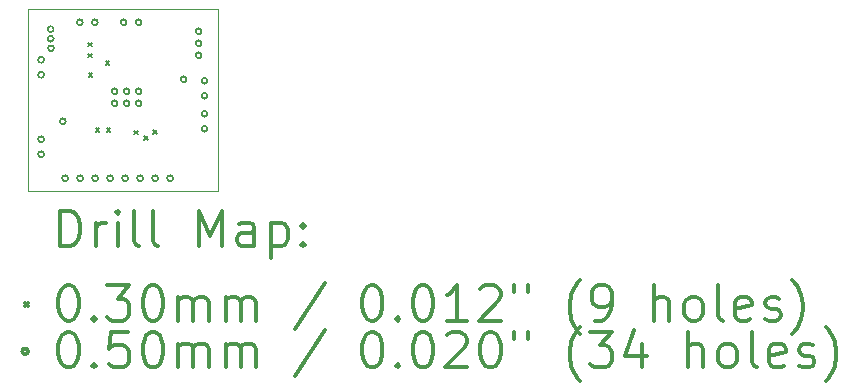
<source format=gbr>
%FSLAX45Y45*%
G04 Gerber Fmt 4.5, Leading zero omitted, Abs format (unit mm)*
G04 Created by KiCad (PCBNEW 4.0.2-stable) date 02-04-2017 12:22:54*
%MOMM*%
G01*
G04 APERTURE LIST*
%ADD10C,0.127000*%
%ADD11C,0.010000*%
%ADD12C,0.200000*%
%ADD13C,0.300000*%
G04 APERTURE END LIST*
D10*
D11*
X1605280Y-1539240D02*
X1597660Y-1539240D01*
X1605280Y0D02*
X1605280Y-1539240D01*
X0Y-1539240D02*
X1597660Y-1539240D01*
X0Y-1457960D02*
X0Y-1539240D01*
X1549400Y0D02*
X1605280Y0D01*
X0Y0D02*
X0Y-1457960D01*
X1549400Y0D02*
X0Y0D01*
D12*
X508240Y-282180D02*
X538240Y-312180D01*
X538240Y-282180D02*
X508240Y-312180D01*
X508240Y-376160D02*
X538240Y-406160D01*
X538240Y-376160D02*
X508240Y-406160D01*
X510780Y-538720D02*
X540780Y-568720D01*
X540780Y-538720D02*
X510780Y-568720D01*
X571740Y-1008620D02*
X601740Y-1038620D01*
X601740Y-1008620D02*
X571740Y-1038620D01*
X658100Y-439660D02*
X688100Y-469660D01*
X688100Y-439660D02*
X658100Y-469660D01*
X665720Y-1008620D02*
X695720Y-1038620D01*
X695720Y-1008620D02*
X665720Y-1038620D01*
X899400Y-1028940D02*
X929400Y-1058940D01*
X929400Y-1028940D02*
X899400Y-1058940D01*
X980680Y-1072120D02*
X1010680Y-1102120D01*
X1010680Y-1072120D02*
X980680Y-1102120D01*
X1059420Y-1023860D02*
X1089420Y-1053860D01*
X1089420Y-1023860D02*
X1059420Y-1053860D01*
X134220Y-426720D02*
G75*
G03X134220Y-426720I-25000J0D01*
G01*
X134220Y-553720D02*
G75*
G03X134220Y-553720I-25000J0D01*
G01*
X134220Y-1099820D02*
G75*
G03X134220Y-1099820I-25000J0D01*
G01*
X134220Y-1226820D02*
G75*
G03X134220Y-1226820I-25000J0D01*
G01*
X215500Y-167640D02*
G75*
G03X215500Y-167640I-25000J0D01*
G01*
X215500Y-248920D02*
G75*
G03X215500Y-248920I-25000J0D01*
G01*
X218040Y-330200D02*
G75*
G03X218040Y-330200I-25000J0D01*
G01*
X318370Y-947420D02*
G75*
G03X318370Y-947420I-25000J0D01*
G01*
X337420Y-1430020D02*
G75*
G03X337420Y-1430020I-25000J0D01*
G01*
X461880Y-109220D02*
G75*
G03X461880Y-109220I-25000J0D01*
G01*
X464420Y-1430020D02*
G75*
G03X464420Y-1430020I-25000J0D01*
G01*
X588880Y-109220D02*
G75*
G03X588880Y-109220I-25000J0D01*
G01*
X591420Y-1430020D02*
G75*
G03X591420Y-1430020I-25000J0D01*
G01*
X718420Y-1430020D02*
G75*
G03X718420Y-1430020I-25000J0D01*
G01*
X756520Y-693420D02*
G75*
G03X756520Y-693420I-25000J0D01*
G01*
X756520Y-795020D02*
G75*
G03X756520Y-795020I-25000J0D01*
G01*
X832720Y-109220D02*
G75*
G03X832720Y-109220I-25000J0D01*
G01*
X845420Y-1430020D02*
G75*
G03X845420Y-1430020I-25000J0D01*
G01*
X858120Y-693420D02*
G75*
G03X858120Y-693420I-25000J0D01*
G01*
X858120Y-795020D02*
G75*
G03X858120Y-795020I-25000J0D01*
G01*
X959720Y-109220D02*
G75*
G03X959720Y-109220I-25000J0D01*
G01*
X959720Y-693420D02*
G75*
G03X959720Y-693420I-25000J0D01*
G01*
X959720Y-795020D02*
G75*
G03X959720Y-795020I-25000J0D01*
G01*
X972420Y-1430020D02*
G75*
G03X972420Y-1430020I-25000J0D01*
G01*
X1099420Y-1430020D02*
G75*
G03X1099420Y-1430020I-25000J0D01*
G01*
X1226420Y-1430020D02*
G75*
G03X1226420Y-1430020I-25000J0D01*
G01*
X1340720Y-591820D02*
G75*
G03X1340720Y-591820I-25000J0D01*
G01*
X1467720Y-185420D02*
G75*
G03X1467720Y-185420I-25000J0D01*
G01*
X1467720Y-287020D02*
G75*
G03X1467720Y-287020I-25000J0D01*
G01*
X1467720Y-388620D02*
G75*
G03X1467720Y-388620I-25000J0D01*
G01*
X1518520Y-604520D02*
G75*
G03X1518520Y-604520I-25000J0D01*
G01*
X1518520Y-731520D02*
G75*
G03X1518520Y-731520I-25000J0D01*
G01*
X1518520Y-883920D02*
G75*
G03X1518520Y-883920I-25000J0D01*
G01*
X1518520Y-1010920D02*
G75*
G03X1518520Y-1010920I-25000J0D01*
G01*
D13*
X270929Y-2005454D02*
X270929Y-1705454D01*
X342357Y-1705454D01*
X385214Y-1719740D01*
X413786Y-1748311D01*
X428071Y-1776883D01*
X442357Y-1834026D01*
X442357Y-1876883D01*
X428071Y-1934026D01*
X413786Y-1962597D01*
X385214Y-1991169D01*
X342357Y-2005454D01*
X270929Y-2005454D01*
X570929Y-2005454D02*
X570929Y-1805454D01*
X570929Y-1862597D02*
X585214Y-1834026D01*
X599500Y-1819740D01*
X628071Y-1805454D01*
X656643Y-1805454D01*
X756643Y-2005454D02*
X756643Y-1805454D01*
X756643Y-1705454D02*
X742357Y-1719740D01*
X756643Y-1734026D01*
X770928Y-1719740D01*
X756643Y-1705454D01*
X756643Y-1734026D01*
X942357Y-2005454D02*
X913786Y-1991169D01*
X899500Y-1962597D01*
X899500Y-1705454D01*
X1099500Y-2005454D02*
X1070929Y-1991169D01*
X1056643Y-1962597D01*
X1056643Y-1705454D01*
X1442357Y-2005454D02*
X1442357Y-1705454D01*
X1542357Y-1919740D01*
X1642357Y-1705454D01*
X1642357Y-2005454D01*
X1913786Y-2005454D02*
X1913786Y-1848311D01*
X1899500Y-1819740D01*
X1870928Y-1805454D01*
X1813786Y-1805454D01*
X1785214Y-1819740D01*
X1913786Y-1991169D02*
X1885214Y-2005454D01*
X1813786Y-2005454D01*
X1785214Y-1991169D01*
X1770928Y-1962597D01*
X1770928Y-1934026D01*
X1785214Y-1905454D01*
X1813786Y-1891169D01*
X1885214Y-1891169D01*
X1913786Y-1876883D01*
X2056643Y-1805454D02*
X2056643Y-2105454D01*
X2056643Y-1819740D02*
X2085214Y-1805454D01*
X2142357Y-1805454D01*
X2170929Y-1819740D01*
X2185214Y-1834026D01*
X2199500Y-1862597D01*
X2199500Y-1948311D01*
X2185214Y-1976883D01*
X2170929Y-1991169D01*
X2142357Y-2005454D01*
X2085214Y-2005454D01*
X2056643Y-1991169D01*
X2328071Y-1976883D02*
X2342357Y-1991169D01*
X2328071Y-2005454D01*
X2313786Y-1991169D01*
X2328071Y-1976883D01*
X2328071Y-2005454D01*
X2328071Y-1819740D02*
X2342357Y-1834026D01*
X2328071Y-1848311D01*
X2313786Y-1834026D01*
X2328071Y-1819740D01*
X2328071Y-1848311D01*
X-30500Y-2484740D02*
X-500Y-2514740D01*
X-500Y-2484740D02*
X-30500Y-2514740D01*
X328071Y-2335454D02*
X356643Y-2335454D01*
X385214Y-2349740D01*
X399500Y-2364026D01*
X413786Y-2392597D01*
X428071Y-2449740D01*
X428071Y-2521169D01*
X413786Y-2578312D01*
X399500Y-2606883D01*
X385214Y-2621169D01*
X356643Y-2635454D01*
X328071Y-2635454D01*
X299500Y-2621169D01*
X285214Y-2606883D01*
X270929Y-2578312D01*
X256643Y-2521169D01*
X256643Y-2449740D01*
X270929Y-2392597D01*
X285214Y-2364026D01*
X299500Y-2349740D01*
X328071Y-2335454D01*
X556643Y-2606883D02*
X570929Y-2621169D01*
X556643Y-2635454D01*
X542357Y-2621169D01*
X556643Y-2606883D01*
X556643Y-2635454D01*
X670928Y-2335454D02*
X856643Y-2335454D01*
X756643Y-2449740D01*
X799500Y-2449740D01*
X828071Y-2464026D01*
X842357Y-2478312D01*
X856643Y-2506883D01*
X856643Y-2578312D01*
X842357Y-2606883D01*
X828071Y-2621169D01*
X799500Y-2635454D01*
X713786Y-2635454D01*
X685214Y-2621169D01*
X670928Y-2606883D01*
X1042357Y-2335454D02*
X1070929Y-2335454D01*
X1099500Y-2349740D01*
X1113786Y-2364026D01*
X1128071Y-2392597D01*
X1142357Y-2449740D01*
X1142357Y-2521169D01*
X1128071Y-2578312D01*
X1113786Y-2606883D01*
X1099500Y-2621169D01*
X1070929Y-2635454D01*
X1042357Y-2635454D01*
X1013786Y-2621169D01*
X999500Y-2606883D01*
X985214Y-2578312D01*
X970928Y-2521169D01*
X970928Y-2449740D01*
X985214Y-2392597D01*
X999500Y-2364026D01*
X1013786Y-2349740D01*
X1042357Y-2335454D01*
X1270929Y-2635454D02*
X1270929Y-2435454D01*
X1270929Y-2464026D02*
X1285214Y-2449740D01*
X1313786Y-2435454D01*
X1356643Y-2435454D01*
X1385214Y-2449740D01*
X1399500Y-2478312D01*
X1399500Y-2635454D01*
X1399500Y-2478312D02*
X1413786Y-2449740D01*
X1442357Y-2435454D01*
X1485214Y-2435454D01*
X1513786Y-2449740D01*
X1528071Y-2478312D01*
X1528071Y-2635454D01*
X1670928Y-2635454D02*
X1670928Y-2435454D01*
X1670928Y-2464026D02*
X1685214Y-2449740D01*
X1713786Y-2435454D01*
X1756643Y-2435454D01*
X1785214Y-2449740D01*
X1799500Y-2478312D01*
X1799500Y-2635454D01*
X1799500Y-2478312D02*
X1813786Y-2449740D01*
X1842357Y-2435454D01*
X1885214Y-2435454D01*
X1913786Y-2449740D01*
X1928071Y-2478312D01*
X1928071Y-2635454D01*
X2513786Y-2321169D02*
X2256643Y-2706883D01*
X2899500Y-2335454D02*
X2928071Y-2335454D01*
X2956643Y-2349740D01*
X2970928Y-2364026D01*
X2985214Y-2392597D01*
X2999500Y-2449740D01*
X2999500Y-2521169D01*
X2985214Y-2578312D01*
X2970928Y-2606883D01*
X2956643Y-2621169D01*
X2928071Y-2635454D01*
X2899500Y-2635454D01*
X2870928Y-2621169D01*
X2856643Y-2606883D01*
X2842357Y-2578312D01*
X2828071Y-2521169D01*
X2828071Y-2449740D01*
X2842357Y-2392597D01*
X2856643Y-2364026D01*
X2870928Y-2349740D01*
X2899500Y-2335454D01*
X3128071Y-2606883D02*
X3142357Y-2621169D01*
X3128071Y-2635454D01*
X3113786Y-2621169D01*
X3128071Y-2606883D01*
X3128071Y-2635454D01*
X3328071Y-2335454D02*
X3356643Y-2335454D01*
X3385214Y-2349740D01*
X3399500Y-2364026D01*
X3413785Y-2392597D01*
X3428071Y-2449740D01*
X3428071Y-2521169D01*
X3413785Y-2578312D01*
X3399500Y-2606883D01*
X3385214Y-2621169D01*
X3356643Y-2635454D01*
X3328071Y-2635454D01*
X3299500Y-2621169D01*
X3285214Y-2606883D01*
X3270928Y-2578312D01*
X3256643Y-2521169D01*
X3256643Y-2449740D01*
X3270928Y-2392597D01*
X3285214Y-2364026D01*
X3299500Y-2349740D01*
X3328071Y-2335454D01*
X3713785Y-2635454D02*
X3542357Y-2635454D01*
X3628071Y-2635454D02*
X3628071Y-2335454D01*
X3599500Y-2378312D01*
X3570928Y-2406883D01*
X3542357Y-2421169D01*
X3828071Y-2364026D02*
X3842357Y-2349740D01*
X3870928Y-2335454D01*
X3942357Y-2335454D01*
X3970928Y-2349740D01*
X3985214Y-2364026D01*
X3999500Y-2392597D01*
X3999500Y-2421169D01*
X3985214Y-2464026D01*
X3813785Y-2635454D01*
X3999500Y-2635454D01*
X4113786Y-2335454D02*
X4113786Y-2392597D01*
X4228071Y-2335454D02*
X4228071Y-2392597D01*
X4670928Y-2749740D02*
X4656643Y-2735454D01*
X4628071Y-2692597D01*
X4613786Y-2664026D01*
X4599500Y-2621169D01*
X4585214Y-2549740D01*
X4585214Y-2492597D01*
X4599500Y-2421169D01*
X4613786Y-2378312D01*
X4628071Y-2349740D01*
X4656643Y-2306883D01*
X4670928Y-2292597D01*
X4799500Y-2635454D02*
X4856643Y-2635454D01*
X4885214Y-2621169D01*
X4899500Y-2606883D01*
X4928071Y-2564026D01*
X4942357Y-2506883D01*
X4942357Y-2392597D01*
X4928071Y-2364026D01*
X4913786Y-2349740D01*
X4885214Y-2335454D01*
X4828071Y-2335454D01*
X4799500Y-2349740D01*
X4785214Y-2364026D01*
X4770928Y-2392597D01*
X4770928Y-2464026D01*
X4785214Y-2492597D01*
X4799500Y-2506883D01*
X4828071Y-2521169D01*
X4885214Y-2521169D01*
X4913786Y-2506883D01*
X4928071Y-2492597D01*
X4942357Y-2464026D01*
X5299500Y-2635454D02*
X5299500Y-2335454D01*
X5428071Y-2635454D02*
X5428071Y-2478312D01*
X5413786Y-2449740D01*
X5385214Y-2435454D01*
X5342357Y-2435454D01*
X5313786Y-2449740D01*
X5299500Y-2464026D01*
X5613785Y-2635454D02*
X5585214Y-2621169D01*
X5570928Y-2606883D01*
X5556643Y-2578312D01*
X5556643Y-2492597D01*
X5570928Y-2464026D01*
X5585214Y-2449740D01*
X5613785Y-2435454D01*
X5656643Y-2435454D01*
X5685214Y-2449740D01*
X5699500Y-2464026D01*
X5713785Y-2492597D01*
X5713785Y-2578312D01*
X5699500Y-2606883D01*
X5685214Y-2621169D01*
X5656643Y-2635454D01*
X5613785Y-2635454D01*
X5885214Y-2635454D02*
X5856643Y-2621169D01*
X5842357Y-2592597D01*
X5842357Y-2335454D01*
X6113786Y-2621169D02*
X6085214Y-2635454D01*
X6028071Y-2635454D01*
X5999500Y-2621169D01*
X5985214Y-2592597D01*
X5985214Y-2478312D01*
X5999500Y-2449740D01*
X6028071Y-2435454D01*
X6085214Y-2435454D01*
X6113786Y-2449740D01*
X6128071Y-2478312D01*
X6128071Y-2506883D01*
X5985214Y-2535454D01*
X6242357Y-2621169D02*
X6270928Y-2635454D01*
X6328071Y-2635454D01*
X6356643Y-2621169D01*
X6370928Y-2592597D01*
X6370928Y-2578312D01*
X6356643Y-2549740D01*
X6328071Y-2535454D01*
X6285214Y-2535454D01*
X6256643Y-2521169D01*
X6242357Y-2492597D01*
X6242357Y-2478312D01*
X6256643Y-2449740D01*
X6285214Y-2435454D01*
X6328071Y-2435454D01*
X6356643Y-2449740D01*
X6470928Y-2749740D02*
X6485214Y-2735454D01*
X6513786Y-2692597D01*
X6528071Y-2664026D01*
X6542357Y-2621169D01*
X6556643Y-2549740D01*
X6556643Y-2492597D01*
X6542357Y-2421169D01*
X6528071Y-2378312D01*
X6513786Y-2349740D01*
X6485214Y-2306883D01*
X6470928Y-2292597D01*
X-500Y-2895740D02*
G75*
G03X-500Y-2895740I-25000J0D01*
G01*
X328071Y-2731454D02*
X356643Y-2731454D01*
X385214Y-2745740D01*
X399500Y-2760026D01*
X413786Y-2788597D01*
X428071Y-2845740D01*
X428071Y-2917169D01*
X413786Y-2974311D01*
X399500Y-3002883D01*
X385214Y-3017169D01*
X356643Y-3031454D01*
X328071Y-3031454D01*
X299500Y-3017169D01*
X285214Y-3002883D01*
X270929Y-2974311D01*
X256643Y-2917169D01*
X256643Y-2845740D01*
X270929Y-2788597D01*
X285214Y-2760026D01*
X299500Y-2745740D01*
X328071Y-2731454D01*
X556643Y-3002883D02*
X570929Y-3017169D01*
X556643Y-3031454D01*
X542357Y-3017169D01*
X556643Y-3002883D01*
X556643Y-3031454D01*
X842357Y-2731454D02*
X699500Y-2731454D01*
X685214Y-2874311D01*
X699500Y-2860026D01*
X728071Y-2845740D01*
X799500Y-2845740D01*
X828071Y-2860026D01*
X842357Y-2874311D01*
X856643Y-2902883D01*
X856643Y-2974311D01*
X842357Y-3002883D01*
X828071Y-3017169D01*
X799500Y-3031454D01*
X728071Y-3031454D01*
X699500Y-3017169D01*
X685214Y-3002883D01*
X1042357Y-2731454D02*
X1070929Y-2731454D01*
X1099500Y-2745740D01*
X1113786Y-2760026D01*
X1128071Y-2788597D01*
X1142357Y-2845740D01*
X1142357Y-2917169D01*
X1128071Y-2974311D01*
X1113786Y-3002883D01*
X1099500Y-3017169D01*
X1070929Y-3031454D01*
X1042357Y-3031454D01*
X1013786Y-3017169D01*
X999500Y-3002883D01*
X985214Y-2974311D01*
X970928Y-2917169D01*
X970928Y-2845740D01*
X985214Y-2788597D01*
X999500Y-2760026D01*
X1013786Y-2745740D01*
X1042357Y-2731454D01*
X1270929Y-3031454D02*
X1270929Y-2831454D01*
X1270929Y-2860026D02*
X1285214Y-2845740D01*
X1313786Y-2831454D01*
X1356643Y-2831454D01*
X1385214Y-2845740D01*
X1399500Y-2874311D01*
X1399500Y-3031454D01*
X1399500Y-2874311D02*
X1413786Y-2845740D01*
X1442357Y-2831454D01*
X1485214Y-2831454D01*
X1513786Y-2845740D01*
X1528071Y-2874311D01*
X1528071Y-3031454D01*
X1670928Y-3031454D02*
X1670928Y-2831454D01*
X1670928Y-2860026D02*
X1685214Y-2845740D01*
X1713786Y-2831454D01*
X1756643Y-2831454D01*
X1785214Y-2845740D01*
X1799500Y-2874311D01*
X1799500Y-3031454D01*
X1799500Y-2874311D02*
X1813786Y-2845740D01*
X1842357Y-2831454D01*
X1885214Y-2831454D01*
X1913786Y-2845740D01*
X1928071Y-2874311D01*
X1928071Y-3031454D01*
X2513786Y-2717169D02*
X2256643Y-3102883D01*
X2899500Y-2731454D02*
X2928071Y-2731454D01*
X2956643Y-2745740D01*
X2970928Y-2760026D01*
X2985214Y-2788597D01*
X2999500Y-2845740D01*
X2999500Y-2917169D01*
X2985214Y-2974311D01*
X2970928Y-3002883D01*
X2956643Y-3017169D01*
X2928071Y-3031454D01*
X2899500Y-3031454D01*
X2870928Y-3017169D01*
X2856643Y-3002883D01*
X2842357Y-2974311D01*
X2828071Y-2917169D01*
X2828071Y-2845740D01*
X2842357Y-2788597D01*
X2856643Y-2760026D01*
X2870928Y-2745740D01*
X2899500Y-2731454D01*
X3128071Y-3002883D02*
X3142357Y-3017169D01*
X3128071Y-3031454D01*
X3113786Y-3017169D01*
X3128071Y-3002883D01*
X3128071Y-3031454D01*
X3328071Y-2731454D02*
X3356643Y-2731454D01*
X3385214Y-2745740D01*
X3399500Y-2760026D01*
X3413785Y-2788597D01*
X3428071Y-2845740D01*
X3428071Y-2917169D01*
X3413785Y-2974311D01*
X3399500Y-3002883D01*
X3385214Y-3017169D01*
X3356643Y-3031454D01*
X3328071Y-3031454D01*
X3299500Y-3017169D01*
X3285214Y-3002883D01*
X3270928Y-2974311D01*
X3256643Y-2917169D01*
X3256643Y-2845740D01*
X3270928Y-2788597D01*
X3285214Y-2760026D01*
X3299500Y-2745740D01*
X3328071Y-2731454D01*
X3542357Y-2760026D02*
X3556643Y-2745740D01*
X3585214Y-2731454D01*
X3656643Y-2731454D01*
X3685214Y-2745740D01*
X3699500Y-2760026D01*
X3713785Y-2788597D01*
X3713785Y-2817169D01*
X3699500Y-2860026D01*
X3528071Y-3031454D01*
X3713785Y-3031454D01*
X3899500Y-2731454D02*
X3928071Y-2731454D01*
X3956643Y-2745740D01*
X3970928Y-2760026D01*
X3985214Y-2788597D01*
X3999500Y-2845740D01*
X3999500Y-2917169D01*
X3985214Y-2974311D01*
X3970928Y-3002883D01*
X3956643Y-3017169D01*
X3928071Y-3031454D01*
X3899500Y-3031454D01*
X3870928Y-3017169D01*
X3856643Y-3002883D01*
X3842357Y-2974311D01*
X3828071Y-2917169D01*
X3828071Y-2845740D01*
X3842357Y-2788597D01*
X3856643Y-2760026D01*
X3870928Y-2745740D01*
X3899500Y-2731454D01*
X4113786Y-2731454D02*
X4113786Y-2788597D01*
X4228071Y-2731454D02*
X4228071Y-2788597D01*
X4670928Y-3145740D02*
X4656643Y-3131454D01*
X4628071Y-3088597D01*
X4613786Y-3060026D01*
X4599500Y-3017169D01*
X4585214Y-2945740D01*
X4585214Y-2888597D01*
X4599500Y-2817169D01*
X4613786Y-2774312D01*
X4628071Y-2745740D01*
X4656643Y-2702883D01*
X4670928Y-2688597D01*
X4756643Y-2731454D02*
X4942357Y-2731454D01*
X4842357Y-2845740D01*
X4885214Y-2845740D01*
X4913786Y-2860026D01*
X4928071Y-2874311D01*
X4942357Y-2902883D01*
X4942357Y-2974311D01*
X4928071Y-3002883D01*
X4913786Y-3017169D01*
X4885214Y-3031454D01*
X4799500Y-3031454D01*
X4770928Y-3017169D01*
X4756643Y-3002883D01*
X5199500Y-2831454D02*
X5199500Y-3031454D01*
X5128071Y-2717169D02*
X5056643Y-2931454D01*
X5242357Y-2931454D01*
X5585214Y-3031454D02*
X5585214Y-2731454D01*
X5713785Y-3031454D02*
X5713785Y-2874311D01*
X5699500Y-2845740D01*
X5670928Y-2831454D01*
X5628071Y-2831454D01*
X5599500Y-2845740D01*
X5585214Y-2860026D01*
X5899500Y-3031454D02*
X5870928Y-3017169D01*
X5856643Y-3002883D01*
X5842357Y-2974311D01*
X5842357Y-2888597D01*
X5856643Y-2860026D01*
X5870928Y-2845740D01*
X5899500Y-2831454D01*
X5942357Y-2831454D01*
X5970928Y-2845740D01*
X5985214Y-2860026D01*
X5999500Y-2888597D01*
X5999500Y-2974311D01*
X5985214Y-3002883D01*
X5970928Y-3017169D01*
X5942357Y-3031454D01*
X5899500Y-3031454D01*
X6170928Y-3031454D02*
X6142357Y-3017169D01*
X6128071Y-2988597D01*
X6128071Y-2731454D01*
X6399500Y-3017169D02*
X6370928Y-3031454D01*
X6313786Y-3031454D01*
X6285214Y-3017169D01*
X6270928Y-2988597D01*
X6270928Y-2874311D01*
X6285214Y-2845740D01*
X6313786Y-2831454D01*
X6370928Y-2831454D01*
X6399500Y-2845740D01*
X6413786Y-2874311D01*
X6413786Y-2902883D01*
X6270928Y-2931454D01*
X6528071Y-3017169D02*
X6556643Y-3031454D01*
X6613786Y-3031454D01*
X6642357Y-3017169D01*
X6656643Y-2988597D01*
X6656643Y-2974311D01*
X6642357Y-2945740D01*
X6613786Y-2931454D01*
X6570928Y-2931454D01*
X6542357Y-2917169D01*
X6528071Y-2888597D01*
X6528071Y-2874311D01*
X6542357Y-2845740D01*
X6570928Y-2831454D01*
X6613786Y-2831454D01*
X6642357Y-2845740D01*
X6756643Y-3145740D02*
X6770928Y-3131454D01*
X6799500Y-3088597D01*
X6813786Y-3060026D01*
X6828071Y-3017169D01*
X6842357Y-2945740D01*
X6842357Y-2888597D01*
X6828071Y-2817169D01*
X6813786Y-2774312D01*
X6799500Y-2745740D01*
X6770928Y-2702883D01*
X6756643Y-2688597D01*
M02*

</source>
